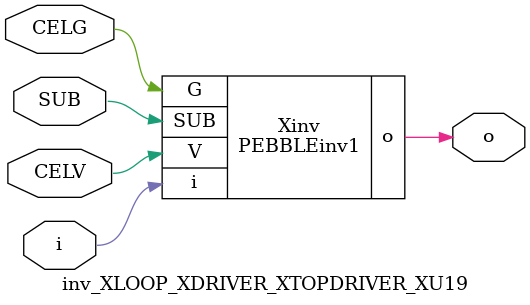
<source format=v>



module PEBBLEinv1 ( o, G, SUB, V, i );

  input V;
  input i;
  input G;
  output o;
  input SUB;
endmodule

//Celera Confidential Do Not Copy inv_XLOOP_XDRIVER_XTOPDRIVER_XU19
//Celera Confidential Symbol Generator
//5V Inverter
module inv_XLOOP_XDRIVER_XTOPDRIVER_XU19 (CELV,CELG,i,o,SUB);
input CELV;
input CELG;
input i;
input SUB;
output o;

//Celera Confidential Do Not Copy inv
PEBBLEinv1 Xinv(
.V (CELV),
.i (i),
.o (o),
.SUB (SUB),
.G (CELG)
);
//,diesize,PEBBLEinv1

//Celera Confidential Do Not Copy Module End
//Celera Schematic Generator
endmodule

</source>
